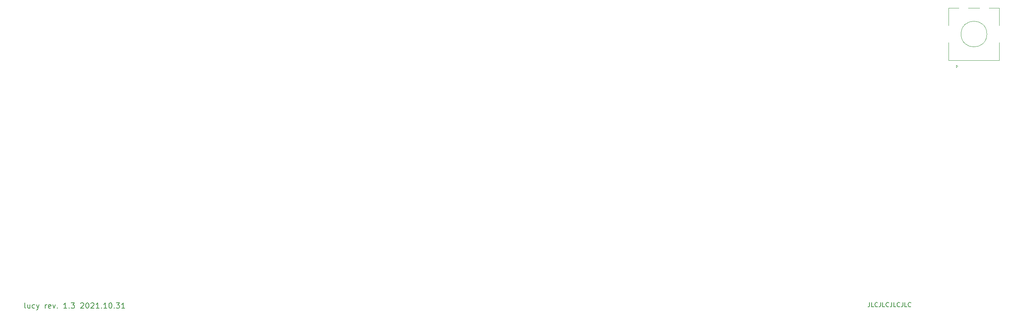
<source format=gto>
G04 #@! TF.GenerationSoftware,KiCad,Pcbnew,(5.1.4-0)*
G04 #@! TF.CreationDate,2021-10-31T23:19:15-05:00*
G04 #@! TF.ProjectId,pcb,7063622e-6b69-4636-9164-5f7063625858,rev?*
G04 #@! TF.SameCoordinates,Original*
G04 #@! TF.FileFunction,Legend,Top*
G04 #@! TF.FilePolarity,Positive*
%FSLAX46Y46*%
G04 Gerber Fmt 4.6, Leading zero omitted, Abs format (unit mm)*
G04 Created by KiCad (PCBNEW (5.1.4-0)) date 2021-10-31 23:19:15*
%MOMM*%
%LPD*%
G04 APERTURE LIST*
%ADD10C,0.200000*%
%ADD11C,0.150000*%
%ADD12C,0.120000*%
%ADD13O,1.300000X1.900000*%
%ADD14C,0.650000*%
%ADD15O,1.300000X2.400000*%
%ADD16C,2.540000*%
%ADD17C,1.701800*%
%ADD18C,3.987800*%
%ADD19R,2.000000X2.000000*%
%ADD20C,2.000000*%
%ADD21R,2.000000X3.200000*%
%ADD22C,0.100000*%
%ADD23C,1.803400*%
G04 APERTURE END LIST*
D10*
X99984070Y-117065476D02*
X99865022Y-117005952D01*
X99805499Y-116886904D01*
X99805499Y-115815476D01*
X100995975Y-116232142D02*
X100995975Y-117065476D01*
X100460260Y-116232142D02*
X100460260Y-116886904D01*
X100519784Y-117005952D01*
X100638832Y-117065476D01*
X100817403Y-117065476D01*
X100936451Y-117005952D01*
X100995975Y-116946428D01*
X102126927Y-117005952D02*
X102007880Y-117065476D01*
X101769784Y-117065476D01*
X101650737Y-117005952D01*
X101591213Y-116946428D01*
X101531689Y-116827380D01*
X101531689Y-116470238D01*
X101591213Y-116351190D01*
X101650737Y-116291666D01*
X101769784Y-116232142D01*
X102007880Y-116232142D01*
X102126927Y-116291666D01*
X102543594Y-116232142D02*
X102841213Y-117065476D01*
X103138832Y-116232142D02*
X102841213Y-117065476D01*
X102722165Y-117363095D01*
X102662641Y-117422619D01*
X102543594Y-117482142D01*
X104567403Y-117065476D02*
X104567403Y-116232142D01*
X104567403Y-116470238D02*
X104626927Y-116351190D01*
X104686451Y-116291666D01*
X104805499Y-116232142D01*
X104924546Y-116232142D01*
X105817403Y-117005952D02*
X105698356Y-117065476D01*
X105460260Y-117065476D01*
X105341213Y-117005952D01*
X105281689Y-116886904D01*
X105281689Y-116410714D01*
X105341213Y-116291666D01*
X105460260Y-116232142D01*
X105698356Y-116232142D01*
X105817403Y-116291666D01*
X105876927Y-116410714D01*
X105876927Y-116529761D01*
X105281689Y-116648809D01*
X106293594Y-116232142D02*
X106591213Y-117065476D01*
X106888832Y-116232142D01*
X107365022Y-116946428D02*
X107424546Y-117005952D01*
X107365022Y-117065476D01*
X107305499Y-117005952D01*
X107365022Y-116946428D01*
X107365022Y-117065476D01*
X109567403Y-117065476D02*
X108853118Y-117065476D01*
X109210260Y-117065476D02*
X109210260Y-115815476D01*
X109091213Y-115994047D01*
X108972165Y-116113095D01*
X108853118Y-116172619D01*
X110103118Y-116946428D02*
X110162641Y-117005952D01*
X110103118Y-117065476D01*
X110043594Y-117005952D01*
X110103118Y-116946428D01*
X110103118Y-117065476D01*
X110579308Y-115815476D02*
X111353118Y-115815476D01*
X110936451Y-116291666D01*
X111115022Y-116291666D01*
X111234070Y-116351190D01*
X111293594Y-116410714D01*
X111353118Y-116529761D01*
X111353118Y-116827380D01*
X111293594Y-116946428D01*
X111234070Y-117005952D01*
X111115022Y-117065476D01*
X110757880Y-117065476D01*
X110638832Y-117005952D01*
X110579308Y-116946428D01*
X112781689Y-115934523D02*
X112841213Y-115875000D01*
X112960260Y-115815476D01*
X113257880Y-115815476D01*
X113376927Y-115875000D01*
X113436451Y-115934523D01*
X113495975Y-116053571D01*
X113495975Y-116172619D01*
X113436451Y-116351190D01*
X112722165Y-117065476D01*
X113495975Y-117065476D01*
X114269784Y-115815476D02*
X114388832Y-115815476D01*
X114507880Y-115875000D01*
X114567403Y-115934523D01*
X114626927Y-116053571D01*
X114686451Y-116291666D01*
X114686451Y-116589285D01*
X114626927Y-116827380D01*
X114567403Y-116946428D01*
X114507880Y-117005952D01*
X114388832Y-117065476D01*
X114269784Y-117065476D01*
X114150737Y-117005952D01*
X114091213Y-116946428D01*
X114031689Y-116827380D01*
X113972165Y-116589285D01*
X113972165Y-116291666D01*
X114031689Y-116053571D01*
X114091213Y-115934523D01*
X114150737Y-115875000D01*
X114269784Y-115815476D01*
X115162641Y-115934523D02*
X115222165Y-115875000D01*
X115341213Y-115815476D01*
X115638832Y-115815476D01*
X115757880Y-115875000D01*
X115817403Y-115934523D01*
X115876927Y-116053571D01*
X115876927Y-116172619D01*
X115817403Y-116351190D01*
X115103118Y-117065476D01*
X115876927Y-117065476D01*
X117067403Y-117065476D02*
X116353118Y-117065476D01*
X116710260Y-117065476D02*
X116710260Y-115815476D01*
X116591213Y-115994047D01*
X116472165Y-116113095D01*
X116353118Y-116172619D01*
X117603118Y-116946428D02*
X117662641Y-117005952D01*
X117603118Y-117065476D01*
X117543594Y-117005952D01*
X117603118Y-116946428D01*
X117603118Y-117065476D01*
X118853118Y-117065476D02*
X118138832Y-117065476D01*
X118495975Y-117065476D02*
X118495975Y-115815476D01*
X118376927Y-115994047D01*
X118257880Y-116113095D01*
X118138832Y-116172619D01*
X119626927Y-115815476D02*
X119745975Y-115815476D01*
X119865022Y-115875000D01*
X119924546Y-115934523D01*
X119984070Y-116053571D01*
X120043594Y-116291666D01*
X120043594Y-116589285D01*
X119984070Y-116827380D01*
X119924546Y-116946428D01*
X119865022Y-117005952D01*
X119745975Y-117065476D01*
X119626927Y-117065476D01*
X119507880Y-117005952D01*
X119448356Y-116946428D01*
X119388832Y-116827380D01*
X119329308Y-116589285D01*
X119329308Y-116291666D01*
X119388832Y-116053571D01*
X119448356Y-115934523D01*
X119507880Y-115875000D01*
X119626927Y-115815476D01*
X120579308Y-116946428D02*
X120638832Y-117005952D01*
X120579308Y-117065476D01*
X120519784Y-117005952D01*
X120579308Y-116946428D01*
X120579308Y-117065476D01*
X121055499Y-115815476D02*
X121829308Y-115815476D01*
X121412641Y-116291666D01*
X121591213Y-116291666D01*
X121710260Y-116351190D01*
X121769784Y-116410714D01*
X121829308Y-116529761D01*
X121829308Y-116827380D01*
X121769784Y-116946428D01*
X121710260Y-117005952D01*
X121591213Y-117065476D01*
X121234070Y-117065476D01*
X121115022Y-117005952D01*
X121055499Y-116946428D01*
X123019784Y-117065476D02*
X122305499Y-117065476D01*
X122662641Y-117065476D02*
X122662641Y-115815476D01*
X122543594Y-115994047D01*
X122424546Y-116113095D01*
X122305499Y-116172619D01*
D11*
X296013577Y-115736694D02*
X296013577Y-116450980D01*
X295965958Y-116593837D01*
X295870720Y-116689075D01*
X295727863Y-116736694D01*
X295632625Y-116736694D01*
X296965958Y-116736694D02*
X296489767Y-116736694D01*
X296489767Y-115736694D01*
X297870720Y-116641456D02*
X297823101Y-116689075D01*
X297680244Y-116736694D01*
X297585005Y-116736694D01*
X297442148Y-116689075D01*
X297346910Y-116593837D01*
X297299291Y-116498599D01*
X297251672Y-116308123D01*
X297251672Y-116165266D01*
X297299291Y-115974790D01*
X297346910Y-115879552D01*
X297442148Y-115784314D01*
X297585005Y-115736694D01*
X297680244Y-115736694D01*
X297823101Y-115784314D01*
X297870720Y-115831933D01*
X298585005Y-115736694D02*
X298585005Y-116450980D01*
X298537386Y-116593837D01*
X298442148Y-116689075D01*
X298299291Y-116736694D01*
X298204053Y-116736694D01*
X299537386Y-116736694D02*
X299061196Y-116736694D01*
X299061196Y-115736694D01*
X300442148Y-116641456D02*
X300394529Y-116689075D01*
X300251672Y-116736694D01*
X300156434Y-116736694D01*
X300013577Y-116689075D01*
X299918339Y-116593837D01*
X299870720Y-116498599D01*
X299823101Y-116308123D01*
X299823101Y-116165266D01*
X299870720Y-115974790D01*
X299918339Y-115879552D01*
X300013577Y-115784314D01*
X300156434Y-115736694D01*
X300251672Y-115736694D01*
X300394529Y-115784314D01*
X300442148Y-115831933D01*
X301156434Y-115736694D02*
X301156434Y-116450980D01*
X301108815Y-116593837D01*
X301013577Y-116689075D01*
X300870720Y-116736694D01*
X300775482Y-116736694D01*
X302108815Y-116736694D02*
X301632625Y-116736694D01*
X301632625Y-115736694D01*
X303013577Y-116641456D02*
X302965958Y-116689075D01*
X302823101Y-116736694D01*
X302727863Y-116736694D01*
X302585005Y-116689075D01*
X302489767Y-116593837D01*
X302442148Y-116498599D01*
X302394529Y-116308123D01*
X302394529Y-116165266D01*
X302442148Y-115974790D01*
X302489767Y-115879552D01*
X302585005Y-115784314D01*
X302727863Y-115736694D01*
X302823101Y-115736694D01*
X302965958Y-115784314D01*
X303013577Y-115831933D01*
X303727863Y-115736694D02*
X303727863Y-116450980D01*
X303680244Y-116593837D01*
X303585005Y-116689075D01*
X303442148Y-116736694D01*
X303346910Y-116736694D01*
X304680244Y-116736694D02*
X304204053Y-116736694D01*
X304204053Y-115736694D01*
X305585005Y-116641456D02*
X305537386Y-116689075D01*
X305394529Y-116736694D01*
X305299291Y-116736694D01*
X305156434Y-116689075D01*
X305061196Y-116593837D01*
X305013577Y-116498599D01*
X304965958Y-116308123D01*
X304965958Y-116165266D01*
X305013577Y-115974790D01*
X305061196Y-115879552D01*
X305156434Y-115784314D01*
X305299291Y-115736694D01*
X305394529Y-115736694D01*
X305537386Y-115784314D01*
X305585005Y-115831933D01*
D12*
X323752725Y-47093950D02*
X326152725Y-47093950D01*
X318952725Y-47093950D02*
X321552725Y-47093950D01*
X314352725Y-47093950D02*
X316752725Y-47093950D01*
X316152725Y-60393950D02*
X316452725Y-60693950D01*
X316152725Y-60993950D02*
X316152725Y-60393950D01*
X316452725Y-60693950D02*
X316152725Y-60993950D01*
X314352725Y-59293950D02*
X326152725Y-59293950D01*
X314352725Y-55193950D02*
X314352725Y-59293950D01*
X326152725Y-55193950D02*
X326152725Y-59293950D01*
X326152725Y-47093950D02*
X326152725Y-51193950D01*
X314352725Y-51193950D02*
X314352725Y-47093950D01*
X323252725Y-53193950D02*
G75*
G03X323252725Y-53193950I-3000000J0D01*
G01*
%LPC*%
D13*
X92139825Y-42663315D03*
D14*
X93549825Y-46312315D03*
X99329825Y-46312315D03*
D13*
X100739825Y-42663315D03*
D15*
X100739825Y-46863315D03*
X92139825Y-46863315D03*
D16*
X316468185Y-69691370D03*
X322818185Y-67151370D03*
D17*
X325358185Y-72231370D03*
X315198185Y-72231370D03*
D18*
X320278185Y-72231370D03*
D16*
X121205625Y-50641250D03*
X127555625Y-48101250D03*
D17*
X130095625Y-53181250D03*
X119935625Y-53181250D03*
D18*
X125015625Y-53181250D03*
D16*
X316468185Y-107791530D03*
X322818185Y-105251530D03*
D17*
X325358185Y-110331530D03*
X315198185Y-110331530D03*
D18*
X320278185Y-110331530D03*
D19*
X317752725Y-60693950D03*
D20*
X320252725Y-60693950D03*
X322752725Y-60693950D03*
D21*
X314652725Y-53193950D03*
X325852725Y-53193950D03*
D20*
X317752725Y-46193950D03*
X322752725Y-46193950D03*
D22*
G36*
X192041441Y-55200471D02*
G01*
X192085206Y-55206963D01*
X192128125Y-55217713D01*
X192169783Y-55232619D01*
X192209779Y-55251536D01*
X192247729Y-55274282D01*
X192283266Y-55300638D01*
X192316049Y-55330351D01*
X192345762Y-55363134D01*
X192372118Y-55398671D01*
X192394864Y-55436621D01*
X192413781Y-55476617D01*
X192428687Y-55518275D01*
X192439437Y-55561194D01*
X192445929Y-55604959D01*
X192448100Y-55649150D01*
X192448100Y-56550850D01*
X192445929Y-56595041D01*
X192439437Y-56638806D01*
X192428687Y-56681725D01*
X192413781Y-56723383D01*
X192394864Y-56763379D01*
X192372118Y-56801329D01*
X192345762Y-56836866D01*
X192316049Y-56869649D01*
X192283266Y-56899362D01*
X192247729Y-56925718D01*
X192209779Y-56948464D01*
X192169783Y-56967381D01*
X192128125Y-56982287D01*
X192085206Y-56993037D01*
X192041441Y-56999529D01*
X191997250Y-57001700D01*
X191095550Y-57001700D01*
X191051359Y-56999529D01*
X191007594Y-56993037D01*
X190964675Y-56982287D01*
X190923017Y-56967381D01*
X190883021Y-56948464D01*
X190845071Y-56925718D01*
X190809534Y-56899362D01*
X190776751Y-56869649D01*
X190747038Y-56836866D01*
X190720682Y-56801329D01*
X190697936Y-56763379D01*
X190679019Y-56723383D01*
X190664113Y-56681725D01*
X190653363Y-56638806D01*
X190646871Y-56595041D01*
X190644700Y-56550850D01*
X190644700Y-55649150D01*
X190646871Y-55604959D01*
X190653363Y-55561194D01*
X190664113Y-55518275D01*
X190679019Y-55476617D01*
X190697936Y-55436621D01*
X190720682Y-55398671D01*
X190747038Y-55363134D01*
X190776751Y-55330351D01*
X190809534Y-55300638D01*
X190845071Y-55274282D01*
X190883021Y-55251536D01*
X190923017Y-55232619D01*
X190964675Y-55217713D01*
X191007594Y-55206963D01*
X191051359Y-55200471D01*
X191095550Y-55198300D01*
X191997250Y-55198300D01*
X192041441Y-55200471D01*
X192041441Y-55200471D01*
G37*
D23*
X191546400Y-56100000D03*
X191140000Y-58640000D03*
X191546400Y-61180000D03*
X191140000Y-63720000D03*
X191546400Y-66260000D03*
X191140000Y-68800000D03*
D18*
X320278125Y-53181250D03*
D17*
X315198125Y-53181250D03*
X325358125Y-53181250D03*
D16*
X322818125Y-48101250D03*
X316468125Y-50641250D03*
X316468185Y-88741450D03*
X322818185Y-86201450D03*
D17*
X325358185Y-91281450D03*
X315198185Y-91281450D03*
D18*
X320278185Y-91281450D03*
D16*
X83105625Y-50641250D03*
X89455625Y-48101250D03*
D17*
X91995625Y-53181250D03*
X81835625Y-53181250D03*
D18*
X86915625Y-53181250D03*
D16*
X102155625Y-50641250D03*
X108505625Y-48101250D03*
D17*
X111045625Y-53181250D03*
X100885625Y-53181250D03*
D18*
X105965625Y-53181250D03*
X144065625Y-53181250D03*
D17*
X138985625Y-53181250D03*
X149145625Y-53181250D03*
D16*
X146605625Y-48101250D03*
X140255625Y-50641250D03*
X159305625Y-50641250D03*
X165655625Y-48101250D03*
D17*
X168195625Y-53181250D03*
X158035625Y-53181250D03*
D18*
X163115625Y-53181250D03*
D16*
X178355625Y-50641250D03*
X184705625Y-48101250D03*
D17*
X187245625Y-53181250D03*
X177085625Y-53181250D03*
D18*
X182165625Y-53181250D03*
D16*
X197405625Y-50641250D03*
X203755625Y-48101250D03*
D17*
X206295625Y-53181250D03*
X196135625Y-53181250D03*
D18*
X201215625Y-53181250D03*
D16*
X216455625Y-50641250D03*
X222805625Y-48101250D03*
D17*
X225345625Y-53181250D03*
X215185625Y-53181250D03*
D18*
X220265625Y-53181250D03*
D16*
X235505625Y-50641250D03*
X241855625Y-48101250D03*
D17*
X244395625Y-53181250D03*
X234235625Y-53181250D03*
D18*
X239315625Y-53181250D03*
D16*
X254555625Y-50641250D03*
X260905625Y-48101250D03*
D17*
X263445625Y-53181250D03*
X253285625Y-53181250D03*
D18*
X258365625Y-53181250D03*
D16*
X273605625Y-50641250D03*
X279955625Y-48101250D03*
D17*
X282495625Y-53181250D03*
X272335625Y-53181250D03*
D18*
X277415625Y-53181250D03*
D16*
X292655625Y-50641250D03*
X299005625Y-48101250D03*
D17*
X301545625Y-53181250D03*
X291385625Y-53181250D03*
D18*
X296465625Y-53181250D03*
D16*
X83105625Y-69691250D03*
X89455625Y-67151250D03*
D17*
X91995625Y-72231250D03*
X81835625Y-72231250D03*
D18*
X86915625Y-72231250D03*
D16*
X102155625Y-69691250D03*
X108505625Y-67151250D03*
D17*
X111045625Y-72231250D03*
X100885625Y-72231250D03*
D18*
X105965625Y-72231250D03*
D16*
X121205625Y-69691250D03*
X127555625Y-67151250D03*
D17*
X130095625Y-72231250D03*
X119935625Y-72231250D03*
D18*
X125015625Y-72231250D03*
D16*
X140260799Y-69691250D03*
X146610799Y-67151250D03*
D17*
X149150799Y-72231250D03*
X138990799Y-72231250D03*
D18*
X144070799Y-72231250D03*
D16*
X159305625Y-69691250D03*
X165655625Y-67151250D03*
D17*
X168195625Y-72231250D03*
X158035625Y-72231250D03*
D18*
X163115625Y-72231250D03*
D16*
X178355625Y-69691250D03*
X184705625Y-67151250D03*
D17*
X187245625Y-72231250D03*
X177085625Y-72231250D03*
D18*
X182165625Y-72231250D03*
D16*
X197405625Y-69691250D03*
X203755625Y-67151250D03*
D17*
X206295625Y-72231250D03*
X196135625Y-72231250D03*
D18*
X201215625Y-72231250D03*
D16*
X216455625Y-69691250D03*
X222805625Y-67151250D03*
D17*
X225345625Y-72231250D03*
X215185625Y-72231250D03*
D18*
X220265625Y-72231250D03*
D16*
X235505625Y-69691250D03*
X241855625Y-67151250D03*
D17*
X244395625Y-72231250D03*
X234235625Y-72231250D03*
D18*
X239315625Y-72231250D03*
D16*
X254555625Y-69691250D03*
X260905625Y-67151250D03*
D17*
X263445625Y-72231250D03*
X253285625Y-72231250D03*
D18*
X258365625Y-72231250D03*
D16*
X273605625Y-69691250D03*
X279955625Y-67151250D03*
D17*
X282495625Y-72231250D03*
X272335625Y-72231250D03*
D18*
X277415625Y-72231250D03*
D16*
X292655625Y-69691250D03*
X299005625Y-67151250D03*
D17*
X301545625Y-72231250D03*
X291385625Y-72231250D03*
D18*
X296465625Y-72231250D03*
D16*
X83105625Y-88741250D03*
X89455625Y-86201250D03*
D17*
X91995625Y-91281250D03*
X81835625Y-91281250D03*
D18*
X86915625Y-91281250D03*
D16*
X102155625Y-88741250D03*
X108505625Y-86201250D03*
D17*
X111045625Y-91281250D03*
X100885625Y-91281250D03*
D18*
X105965625Y-91281250D03*
D16*
X121205625Y-88741250D03*
X127555625Y-86201250D03*
D17*
X130095625Y-91281250D03*
X119935625Y-91281250D03*
D18*
X125015625Y-91281250D03*
D16*
X140255625Y-88741250D03*
X146605625Y-86201250D03*
D17*
X149145625Y-91281250D03*
X138985625Y-91281250D03*
D18*
X144065625Y-91281250D03*
D16*
X159305625Y-88741250D03*
X165655625Y-86201250D03*
D17*
X168195625Y-91281250D03*
X158035625Y-91281250D03*
D18*
X163115625Y-91281250D03*
D16*
X178355625Y-88741250D03*
X184705625Y-86201250D03*
D17*
X187245625Y-91281250D03*
X177085625Y-91281250D03*
D18*
X182165625Y-91281250D03*
D16*
X216455625Y-88741250D03*
X222805625Y-86201250D03*
D17*
X225345625Y-91281250D03*
X215185625Y-91281250D03*
D18*
X220265625Y-91281250D03*
D16*
X235505625Y-88741250D03*
X241855625Y-86201250D03*
D17*
X244395625Y-91281250D03*
X234235625Y-91281250D03*
D18*
X239315625Y-91281250D03*
D16*
X254555625Y-88741250D03*
X260905625Y-86201250D03*
D17*
X263445625Y-91281250D03*
X253285625Y-91281250D03*
D18*
X258365625Y-91281250D03*
D16*
X273605625Y-88741250D03*
X279955625Y-86201250D03*
D17*
X282495625Y-91281250D03*
X272335625Y-91281250D03*
D18*
X277415625Y-91281250D03*
D16*
X83105625Y-107791250D03*
X89455625Y-105251250D03*
D17*
X91995625Y-110331250D03*
X81835625Y-110331250D03*
D18*
X86915625Y-110331250D03*
D16*
X102155625Y-107791250D03*
X108505625Y-105251250D03*
D17*
X111045625Y-110331250D03*
X100885625Y-110331250D03*
D18*
X105965625Y-110331250D03*
D16*
X121205625Y-107791250D03*
X127555625Y-105251250D03*
D17*
X130095625Y-110331250D03*
X119935625Y-110331250D03*
D18*
X125015625Y-110331250D03*
D16*
X140255625Y-107791250D03*
X146605625Y-105251250D03*
D17*
X149145625Y-110331250D03*
X138985625Y-110331250D03*
D18*
X144065625Y-110331250D03*
D16*
X159305625Y-107791250D03*
X165655625Y-105251250D03*
D17*
X168195625Y-110331250D03*
X158035625Y-110331250D03*
D18*
X163115625Y-110331250D03*
D16*
X178355625Y-107791250D03*
X184705625Y-105251250D03*
D17*
X187245625Y-110331250D03*
X177085625Y-110331250D03*
D18*
X182165625Y-110331250D03*
D16*
X216455625Y-107791250D03*
X222805625Y-105251250D03*
D17*
X225345625Y-110331250D03*
X215185625Y-110331250D03*
D18*
X220265625Y-110331250D03*
D16*
X235505625Y-107791250D03*
X241855625Y-105251250D03*
D17*
X244395625Y-110331250D03*
X234235625Y-110331250D03*
D18*
X239315625Y-110331250D03*
D16*
X254555625Y-107791250D03*
X260905625Y-105251250D03*
D17*
X263445625Y-110331250D03*
X253285625Y-110331250D03*
D18*
X258365625Y-110331250D03*
D16*
X273605625Y-107791250D03*
X279955625Y-105251250D03*
D17*
X282495625Y-110331250D03*
X272335625Y-110331250D03*
D18*
X277415625Y-110331250D03*
D16*
X197405625Y-88741250D03*
X203755625Y-86201250D03*
D17*
X206295625Y-91281250D03*
X196135625Y-91281250D03*
D18*
X201215625Y-91281250D03*
D16*
X197405625Y-107791250D03*
X203755625Y-105251250D03*
D17*
X206295625Y-110331250D03*
X196135625Y-110331250D03*
D18*
X201215625Y-110331250D03*
D16*
X292655625Y-88741250D03*
X299005625Y-86201250D03*
D17*
X301545625Y-91281250D03*
X291385625Y-91281250D03*
D18*
X296465625Y-91281250D03*
D16*
X292655625Y-107791250D03*
X299005625Y-105251250D03*
D17*
X301545625Y-110331250D03*
X291385625Y-110331250D03*
D18*
X296465625Y-110331250D03*
M02*

</source>
